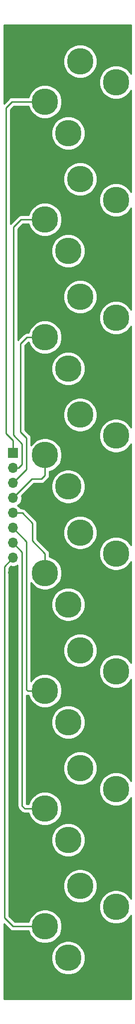
<source format=gbr>
%TF.GenerationSoftware,KiCad,Pcbnew,(5.1.6)-1*%
%TF.CreationDate,2020-06-17T23:21:10-05:00*%
%TF.ProjectId,Euro Playset,4575726f-2050-46c6-9179-7365742e6b69,rev?*%
%TF.SameCoordinates,Original*%
%TF.FileFunction,Copper,L1,Top*%
%TF.FilePolarity,Positive*%
%FSLAX46Y46*%
G04 Gerber Fmt 4.6, Leading zero omitted, Abs format (unit mm)*
G04 Created by KiCad (PCBNEW (5.1.6)-1) date 2020-06-17 23:21:10*
%MOMM*%
%LPD*%
G01*
G04 APERTURE LIST*
%TA.AperFunction,ComponentPad*%
%ADD10O,1.700000X1.700000*%
%TD*%
%TA.AperFunction,ComponentPad*%
%ADD11R,1.700000X1.700000*%
%TD*%
%TA.AperFunction,ComponentPad*%
%ADD12R,4.500000X4.500000*%
%TD*%
%TA.AperFunction,ComponentPad*%
%ADD13C,4.500000*%
%TD*%
%TA.AperFunction,Conductor*%
%ADD14C,0.250000*%
%TD*%
%TA.AperFunction,Conductor*%
%ADD15C,0.254000*%
%TD*%
G04 APERTURE END LIST*
D10*
%TO.P,C2,9*%
%TO.N,GND*%
X373700000Y-213420000D03*
%TO.P,C2,8*%
%TO.N,Net-(J10-Pad8)*%
X373700000Y-210880000D03*
%TO.P,C2,7*%
%TO.N,Net-(J10-Pad7)*%
X373700000Y-208340000D03*
%TO.P,C2,6*%
%TO.N,Net-(J10-Pad6)*%
X373700000Y-205800000D03*
%TO.P,C2,5*%
%TO.N,Net-(J10-Pad5)*%
X373700000Y-203260000D03*
%TO.P,C2,4*%
%TO.N,Net-(J10-Pad4)*%
X373700000Y-200720000D03*
%TO.P,C2,3*%
%TO.N,Net-(J10-Pad3)*%
X373700000Y-198180000D03*
%TO.P,C2,2*%
%TO.N,Net-(J10-Pad2)*%
X373700000Y-195640000D03*
D11*
%TO.P,C2,1*%
%TO.N,Net-(J10-Pad1)*%
X373700000Y-193100000D03*
%TD*%
D12*
%TO.P,J16,G*%
%TO.N,GND*%
X390184000Y-237252000D03*
D13*
%TO.P,J16,S*%
%TO.N,Net-(J16-PadS)*%
X385104000Y-226584000D03*
%TO.P,J16,T*%
%TO.N,Net-(J10-Pad6)*%
X379135000Y-233442000D03*
%TO.P,J16,SN*%
%TO.N,Net-(J16-PadSN)*%
X391200000Y-230140000D03*
%TO.P,J16,TN*%
%TO.N,Net-(J16-PadTN)*%
X383072000Y-238776000D03*
%TD*%
D12*
%TO.P,J12,G*%
%TO.N,GND*%
X390184000Y-157252000D03*
D13*
%TO.P,J12,S*%
%TO.N,Net-(J12-PadS)*%
X385104000Y-146584000D03*
%TO.P,J12,T*%
%TO.N,Net-(J10-Pad2)*%
X379135000Y-153442000D03*
%TO.P,J12,SN*%
%TO.N,Net-(J12-PadSN)*%
X391200000Y-150140000D03*
%TO.P,J12,TN*%
%TO.N,Net-(J12-PadTN)*%
X383072000Y-158776000D03*
%TD*%
D12*
%TO.P,J11,G*%
%TO.N,GND*%
X390184000Y-137252000D03*
D13*
%TO.P,J11,S*%
%TO.N,Net-(J11-PadS)*%
X385104000Y-126584000D03*
%TO.P,J11,T*%
%TO.N,Net-(J10-Pad1)*%
X379135000Y-133442000D03*
%TO.P,J11,SN*%
%TO.N,Net-(J11-PadSN)*%
X391200000Y-130140000D03*
%TO.P,J11,TN*%
%TO.N,Net-(J11-PadTN)*%
X383072000Y-138776000D03*
%TD*%
D12*
%TO.P,J15,G*%
%TO.N,GND*%
X390184000Y-217252000D03*
D13*
%TO.P,J15,S*%
%TO.N,Net-(J15-PadS)*%
X385104000Y-206584000D03*
%TO.P,J15,T*%
%TO.N,Net-(J10-Pad5)*%
X379135000Y-213442000D03*
%TO.P,J15,SN*%
%TO.N,Net-(J15-PadSN)*%
X391200000Y-210140000D03*
%TO.P,J15,TN*%
%TO.N,Net-(J15-PadTN)*%
X383072000Y-218776000D03*
%TD*%
D12*
%TO.P,J14,G*%
%TO.N,GND*%
X390184000Y-197252000D03*
D13*
%TO.P,J14,S*%
%TO.N,Net-(J14-PadS)*%
X385104000Y-186584000D03*
%TO.P,J14,T*%
%TO.N,Net-(J10-Pad4)*%
X379135000Y-193442000D03*
%TO.P,J14,SN*%
%TO.N,Net-(J14-PadSN)*%
X391200000Y-190140000D03*
%TO.P,J14,TN*%
%TO.N,Net-(J14-PadTN)*%
X383072000Y-198776000D03*
%TD*%
D12*
%TO.P,J13,G*%
%TO.N,GND*%
X390184000Y-177252000D03*
D13*
%TO.P,J13,S*%
%TO.N,Net-(J13-PadS)*%
X385104000Y-166584000D03*
%TO.P,J13,T*%
%TO.N,Net-(J10-Pad3)*%
X379135000Y-173442000D03*
%TO.P,J13,SN*%
%TO.N,Net-(J13-PadSN)*%
X391200000Y-170140000D03*
%TO.P,J13,TN*%
%TO.N,Net-(J13-PadTN)*%
X383072000Y-178776000D03*
%TD*%
D12*
%TO.P,J18,G*%
%TO.N,GND*%
X390184000Y-277252000D03*
D13*
%TO.P,J18,S*%
%TO.N,Net-(J18-PadS)*%
X385104000Y-266584000D03*
%TO.P,J18,T*%
%TO.N,Net-(J10-Pad8)*%
X379135000Y-273442000D03*
%TO.P,J18,SN*%
%TO.N,Net-(J18-PadSN)*%
X391200000Y-270140000D03*
%TO.P,J18,TN*%
%TO.N,Net-(J18-PadTN)*%
X383072000Y-278776000D03*
%TD*%
D12*
%TO.P,J17,G*%
%TO.N,GND*%
X390184000Y-257252000D03*
D13*
%TO.P,J17,S*%
%TO.N,Net-(J17-PadS)*%
X385104000Y-246584000D03*
%TO.P,J17,T*%
%TO.N,Net-(J10-Pad7)*%
X379135000Y-253442000D03*
%TO.P,J17,SN*%
%TO.N,Net-(J17-PadSN)*%
X391200000Y-250140000D03*
%TO.P,J17,TN*%
%TO.N,Net-(J17-PadTN)*%
X383072000Y-258776000D03*
%TD*%
D14*
%TO.N,Net-(J10-Pad1)*%
X372500000Y-134500000D02*
X373558000Y-133442000D01*
X373558000Y-133442000D02*
X379135000Y-133442000D01*
X372500000Y-189750000D02*
X372500000Y-134500000D01*
X373700000Y-190950000D02*
X372500000Y-189750000D01*
X373700000Y-193100000D02*
X373700000Y-190950000D01*
%TO.N,Net-(J10-Pad2)*%
X375250000Y-191500000D02*
X373750000Y-190000000D01*
X373750000Y-154750000D02*
X375058000Y-153442000D01*
X375250000Y-195000000D02*
X375250000Y-191500000D01*
X374610000Y-195640000D02*
X375250000Y-195000000D01*
X373750000Y-190000000D02*
X373750000Y-154750000D01*
X373700000Y-195640000D02*
X374610000Y-195640000D01*
X375058000Y-153442000D02*
X379135000Y-153442000D01*
%TO.N,Net-(J10-Pad3)*%
X376000000Y-195880000D02*
X376000000Y-190500000D01*
X376000000Y-190500000D02*
X375000000Y-189500000D01*
X373700000Y-198180000D02*
X376000000Y-195880000D01*
X375000000Y-174500000D02*
X376058000Y-173442000D01*
X376058000Y-173442000D02*
X379135000Y-173442000D01*
X375000000Y-189500000D02*
X375000000Y-174500000D01*
%TO.N,Net-(J10-Pad4)*%
X379135000Y-196865000D02*
X379135000Y-193442000D01*
X376920000Y-197500000D02*
X378500000Y-197500000D01*
X378500000Y-197500000D02*
X379135000Y-196865000D01*
X373700000Y-200720000D02*
X376920000Y-197500000D01*
%TO.N,Net-(J10-Pad5)*%
X377000000Y-208000000D02*
X379135000Y-210135000D01*
X373700000Y-203260000D02*
X375260000Y-203260000D01*
X379135000Y-210135000D02*
X379135000Y-213442000D01*
X375260000Y-203260000D02*
X377000000Y-205000000D01*
X377000000Y-205000000D02*
X377000000Y-208000000D01*
%TO.N,Net-(J10-Pad6)*%
X376000000Y-208100000D02*
X376000000Y-233250000D01*
X376192000Y-233442000D02*
X379135000Y-233442000D01*
X373700000Y-205800000D02*
X376000000Y-208100000D01*
X376000000Y-233250000D02*
X376192000Y-233442000D01*
%TO.N,Net-(J10-Pad7)*%
X375250000Y-209890000D02*
X375250000Y-253000000D01*
X373700000Y-208340000D02*
X375250000Y-209890000D01*
X375250000Y-253000000D02*
X375692000Y-253442000D01*
X375692000Y-253442000D02*
X379135000Y-253442000D01*
%TO.N,Net-(J10-Pad8)*%
X372250000Y-272000000D02*
X373692000Y-273442000D01*
X373700000Y-210880000D02*
X372250000Y-212330000D01*
X373692000Y-273442000D02*
X379135000Y-273442000D01*
X372250000Y-212330000D02*
X372250000Y-272000000D01*
%TD*%
D15*
%TO.N,GND*%
G36*
X393740001Y-128748517D02*
G01*
X393440926Y-128300920D01*
X393039080Y-127899074D01*
X392566560Y-127583346D01*
X392041523Y-127365869D01*
X391484148Y-127255000D01*
X390915852Y-127255000D01*
X390358477Y-127365869D01*
X389833440Y-127583346D01*
X389360920Y-127899074D01*
X388959074Y-128300920D01*
X388643346Y-128773440D01*
X388425869Y-129298477D01*
X388315000Y-129855852D01*
X388315000Y-130424148D01*
X388425869Y-130981523D01*
X388643346Y-131506560D01*
X388959074Y-131979080D01*
X389360920Y-132380926D01*
X389833440Y-132696654D01*
X390358477Y-132914131D01*
X390915852Y-133025000D01*
X391484148Y-133025000D01*
X392041523Y-132914131D01*
X392566560Y-132696654D01*
X393039080Y-132380926D01*
X393440926Y-131979080D01*
X393740001Y-131531483D01*
X393740001Y-148748517D01*
X393440926Y-148300920D01*
X393039080Y-147899074D01*
X392566560Y-147583346D01*
X392041523Y-147365869D01*
X391484148Y-147255000D01*
X390915852Y-147255000D01*
X390358477Y-147365869D01*
X389833440Y-147583346D01*
X389360920Y-147899074D01*
X388959074Y-148300920D01*
X388643346Y-148773440D01*
X388425869Y-149298477D01*
X388315000Y-149855852D01*
X388315000Y-150424148D01*
X388425869Y-150981523D01*
X388643346Y-151506560D01*
X388959074Y-151979080D01*
X389360920Y-152380926D01*
X389833440Y-152696654D01*
X390358477Y-152914131D01*
X390915852Y-153025000D01*
X391484148Y-153025000D01*
X392041523Y-152914131D01*
X392566560Y-152696654D01*
X393039080Y-152380926D01*
X393440926Y-151979080D01*
X393740001Y-151531483D01*
X393740001Y-168748517D01*
X393440926Y-168300920D01*
X393039080Y-167899074D01*
X392566560Y-167583346D01*
X392041523Y-167365869D01*
X391484148Y-167255000D01*
X390915852Y-167255000D01*
X390358477Y-167365869D01*
X389833440Y-167583346D01*
X389360920Y-167899074D01*
X388959074Y-168300920D01*
X388643346Y-168773440D01*
X388425869Y-169298477D01*
X388315000Y-169855852D01*
X388315000Y-170424148D01*
X388425869Y-170981523D01*
X388643346Y-171506560D01*
X388959074Y-171979080D01*
X389360920Y-172380926D01*
X389833440Y-172696654D01*
X390358477Y-172914131D01*
X390915852Y-173025000D01*
X391484148Y-173025000D01*
X392041523Y-172914131D01*
X392566560Y-172696654D01*
X393039080Y-172380926D01*
X393440926Y-171979080D01*
X393740001Y-171531483D01*
X393740001Y-188748516D01*
X393440926Y-188300920D01*
X393039080Y-187899074D01*
X392566560Y-187583346D01*
X392041523Y-187365869D01*
X391484148Y-187255000D01*
X390915852Y-187255000D01*
X390358477Y-187365869D01*
X389833440Y-187583346D01*
X389360920Y-187899074D01*
X388959074Y-188300920D01*
X388643346Y-188773440D01*
X388425869Y-189298477D01*
X388315000Y-189855852D01*
X388315000Y-190424148D01*
X388425869Y-190981523D01*
X388643346Y-191506560D01*
X388959074Y-191979080D01*
X389360920Y-192380926D01*
X389833440Y-192696654D01*
X390358477Y-192914131D01*
X390915852Y-193025000D01*
X391484148Y-193025000D01*
X392041523Y-192914131D01*
X392566560Y-192696654D01*
X393039080Y-192380926D01*
X393440926Y-191979080D01*
X393740001Y-191531484D01*
X393740000Y-208748516D01*
X393440926Y-208300920D01*
X393039080Y-207899074D01*
X392566560Y-207583346D01*
X392041523Y-207365869D01*
X391484148Y-207255000D01*
X390915852Y-207255000D01*
X390358477Y-207365869D01*
X389833440Y-207583346D01*
X389360920Y-207899074D01*
X388959074Y-208300920D01*
X388643346Y-208773440D01*
X388425869Y-209298477D01*
X388315000Y-209855852D01*
X388315000Y-210424148D01*
X388425869Y-210981523D01*
X388643346Y-211506560D01*
X388959074Y-211979080D01*
X389360920Y-212380926D01*
X389833440Y-212696654D01*
X390358477Y-212914131D01*
X390915852Y-213025000D01*
X391484148Y-213025000D01*
X392041523Y-212914131D01*
X392566560Y-212696654D01*
X393039080Y-212380926D01*
X393440926Y-211979080D01*
X393740000Y-211531484D01*
X393740000Y-228748516D01*
X393440926Y-228300920D01*
X393039080Y-227899074D01*
X392566560Y-227583346D01*
X392041523Y-227365869D01*
X391484148Y-227255000D01*
X390915852Y-227255000D01*
X390358477Y-227365869D01*
X389833440Y-227583346D01*
X389360920Y-227899074D01*
X388959074Y-228300920D01*
X388643346Y-228773440D01*
X388425869Y-229298477D01*
X388315000Y-229855852D01*
X388315000Y-230424148D01*
X388425869Y-230981523D01*
X388643346Y-231506560D01*
X388959074Y-231979080D01*
X389360920Y-232380926D01*
X389833440Y-232696654D01*
X390358477Y-232914131D01*
X390915852Y-233025000D01*
X391484148Y-233025000D01*
X392041523Y-232914131D01*
X392566560Y-232696654D01*
X393039080Y-232380926D01*
X393440926Y-231979080D01*
X393740000Y-231531484D01*
X393740000Y-248748516D01*
X393440926Y-248300920D01*
X393039080Y-247899074D01*
X392566560Y-247583346D01*
X392041523Y-247365869D01*
X391484148Y-247255000D01*
X390915852Y-247255000D01*
X390358477Y-247365869D01*
X389833440Y-247583346D01*
X389360920Y-247899074D01*
X388959074Y-248300920D01*
X388643346Y-248773440D01*
X388425869Y-249298477D01*
X388315000Y-249855852D01*
X388315000Y-250424148D01*
X388425869Y-250981523D01*
X388643346Y-251506560D01*
X388959074Y-251979080D01*
X389360920Y-252380926D01*
X389833440Y-252696654D01*
X390358477Y-252914131D01*
X390915852Y-253025000D01*
X391484148Y-253025000D01*
X392041523Y-252914131D01*
X392566560Y-252696654D01*
X393039080Y-252380926D01*
X393440926Y-251979080D01*
X393740000Y-251531484D01*
X393740000Y-268748516D01*
X393440926Y-268300920D01*
X393039080Y-267899074D01*
X392566560Y-267583346D01*
X392041523Y-267365869D01*
X391484148Y-267255000D01*
X390915852Y-267255000D01*
X390358477Y-267365869D01*
X389833440Y-267583346D01*
X389360920Y-267899074D01*
X388959074Y-268300920D01*
X388643346Y-268773440D01*
X388425869Y-269298477D01*
X388315000Y-269855852D01*
X388315000Y-270424148D01*
X388425869Y-270981523D01*
X388643346Y-271506560D01*
X388959074Y-271979080D01*
X389360920Y-272380926D01*
X389833440Y-272696654D01*
X390358477Y-272914131D01*
X390915852Y-273025000D01*
X391484148Y-273025000D01*
X392041523Y-272914131D01*
X392566560Y-272696654D01*
X393039080Y-272380926D01*
X393440926Y-271979080D01*
X393740000Y-271531484D01*
X393740000Y-285740000D01*
X372160000Y-285740000D01*
X372160000Y-278491852D01*
X380187000Y-278491852D01*
X380187000Y-279060148D01*
X380297869Y-279617523D01*
X380515346Y-280142560D01*
X380831074Y-280615080D01*
X381232920Y-281016926D01*
X381705440Y-281332654D01*
X382230477Y-281550131D01*
X382787852Y-281661000D01*
X383356148Y-281661000D01*
X383913523Y-281550131D01*
X384438560Y-281332654D01*
X384911080Y-281016926D01*
X385312926Y-280615080D01*
X385628654Y-280142560D01*
X385846131Y-279617523D01*
X385957000Y-279060148D01*
X385957000Y-278491852D01*
X385846131Y-277934477D01*
X385628654Y-277409440D01*
X385312926Y-276936920D01*
X384911080Y-276535074D01*
X384438560Y-276219346D01*
X383913523Y-276001869D01*
X383356148Y-275891000D01*
X382787852Y-275891000D01*
X382230477Y-276001869D01*
X381705440Y-276219346D01*
X381232920Y-276535074D01*
X380831074Y-276936920D01*
X380515346Y-277409440D01*
X380297869Y-277934477D01*
X380187000Y-278491852D01*
X372160000Y-278491852D01*
X372160000Y-272984801D01*
X373128201Y-273953003D01*
X373151999Y-273982001D01*
X373180997Y-274005799D01*
X373267723Y-274076974D01*
X373399753Y-274147546D01*
X373543014Y-274191003D01*
X373654667Y-274202000D01*
X373654677Y-274202000D01*
X373692000Y-274205676D01*
X373729323Y-274202000D01*
X376344653Y-274202000D01*
X376360869Y-274283523D01*
X376578346Y-274808560D01*
X376894074Y-275281080D01*
X377295920Y-275682926D01*
X377768440Y-275998654D01*
X378293477Y-276216131D01*
X378850852Y-276327000D01*
X379419148Y-276327000D01*
X379976523Y-276216131D01*
X380501560Y-275998654D01*
X380974080Y-275682926D01*
X381375926Y-275281080D01*
X381691654Y-274808560D01*
X381909131Y-274283523D01*
X382020000Y-273726148D01*
X382020000Y-273157852D01*
X381909131Y-272600477D01*
X381691654Y-272075440D01*
X381375926Y-271602920D01*
X380974080Y-271201074D01*
X380501560Y-270885346D01*
X379976523Y-270667869D01*
X379419148Y-270557000D01*
X378850852Y-270557000D01*
X378293477Y-270667869D01*
X377768440Y-270885346D01*
X377295920Y-271201074D01*
X376894074Y-271602920D01*
X376578346Y-272075440D01*
X376360869Y-272600477D01*
X376344653Y-272682000D01*
X374006802Y-272682000D01*
X373010000Y-271685199D01*
X373010000Y-266299852D01*
X382219000Y-266299852D01*
X382219000Y-266868148D01*
X382329869Y-267425523D01*
X382547346Y-267950560D01*
X382863074Y-268423080D01*
X383264920Y-268824926D01*
X383737440Y-269140654D01*
X384262477Y-269358131D01*
X384819852Y-269469000D01*
X385388148Y-269469000D01*
X385945523Y-269358131D01*
X386470560Y-269140654D01*
X386943080Y-268824926D01*
X387344926Y-268423080D01*
X387660654Y-267950560D01*
X387878131Y-267425523D01*
X387989000Y-266868148D01*
X387989000Y-266299852D01*
X387878131Y-265742477D01*
X387660654Y-265217440D01*
X387344926Y-264744920D01*
X386943080Y-264343074D01*
X386470560Y-264027346D01*
X385945523Y-263809869D01*
X385388148Y-263699000D01*
X384819852Y-263699000D01*
X384262477Y-263809869D01*
X383737440Y-264027346D01*
X383264920Y-264343074D01*
X382863074Y-264744920D01*
X382547346Y-265217440D01*
X382329869Y-265742477D01*
X382219000Y-266299852D01*
X373010000Y-266299852D01*
X373010000Y-258491852D01*
X380187000Y-258491852D01*
X380187000Y-259060148D01*
X380297869Y-259617523D01*
X380515346Y-260142560D01*
X380831074Y-260615080D01*
X381232920Y-261016926D01*
X381705440Y-261332654D01*
X382230477Y-261550131D01*
X382787852Y-261661000D01*
X383356148Y-261661000D01*
X383913523Y-261550131D01*
X384438560Y-261332654D01*
X384911080Y-261016926D01*
X385312926Y-260615080D01*
X385628654Y-260142560D01*
X385846131Y-259617523D01*
X385957000Y-259060148D01*
X385957000Y-258491852D01*
X385846131Y-257934477D01*
X385628654Y-257409440D01*
X385312926Y-256936920D01*
X384911080Y-256535074D01*
X384438560Y-256219346D01*
X383913523Y-256001869D01*
X383356148Y-255891000D01*
X382787852Y-255891000D01*
X382230477Y-256001869D01*
X381705440Y-256219346D01*
X381232920Y-256535074D01*
X380831074Y-256936920D01*
X380515346Y-257409440D01*
X380297869Y-257934477D01*
X380187000Y-258491852D01*
X373010000Y-258491852D01*
X373010000Y-212644801D01*
X373333592Y-212321209D01*
X373553740Y-212365000D01*
X373846260Y-212365000D01*
X374133158Y-212307932D01*
X374403411Y-212195990D01*
X374490000Y-212138133D01*
X374490001Y-252962667D01*
X374486324Y-253000000D01*
X374490001Y-253037333D01*
X374500998Y-253148986D01*
X374514180Y-253192442D01*
X374544454Y-253292246D01*
X374615026Y-253424276D01*
X374686201Y-253511002D01*
X374710000Y-253540001D01*
X374738998Y-253563799D01*
X375128200Y-253953002D01*
X375151999Y-253982001D01*
X375267724Y-254076974D01*
X375399753Y-254147546D01*
X375543014Y-254191003D01*
X375654667Y-254202000D01*
X375654676Y-254202000D01*
X375691999Y-254205676D01*
X375729322Y-254202000D01*
X376344653Y-254202000D01*
X376360869Y-254283523D01*
X376578346Y-254808560D01*
X376894074Y-255281080D01*
X377295920Y-255682926D01*
X377768440Y-255998654D01*
X378293477Y-256216131D01*
X378850852Y-256327000D01*
X379419148Y-256327000D01*
X379976523Y-256216131D01*
X380501560Y-255998654D01*
X380974080Y-255682926D01*
X381375926Y-255281080D01*
X381691654Y-254808560D01*
X381909131Y-254283523D01*
X382020000Y-253726148D01*
X382020000Y-253157852D01*
X381909131Y-252600477D01*
X381691654Y-252075440D01*
X381375926Y-251602920D01*
X380974080Y-251201074D01*
X380501560Y-250885346D01*
X379976523Y-250667869D01*
X379419148Y-250557000D01*
X378850852Y-250557000D01*
X378293477Y-250667869D01*
X377768440Y-250885346D01*
X377295920Y-251201074D01*
X376894074Y-251602920D01*
X376578346Y-252075440D01*
X376360869Y-252600477D01*
X376344653Y-252682000D01*
X376010000Y-252682000D01*
X376010000Y-246299852D01*
X382219000Y-246299852D01*
X382219000Y-246868148D01*
X382329869Y-247425523D01*
X382547346Y-247950560D01*
X382863074Y-248423080D01*
X383264920Y-248824926D01*
X383737440Y-249140654D01*
X384262477Y-249358131D01*
X384819852Y-249469000D01*
X385388148Y-249469000D01*
X385945523Y-249358131D01*
X386470560Y-249140654D01*
X386943080Y-248824926D01*
X387344926Y-248423080D01*
X387660654Y-247950560D01*
X387878131Y-247425523D01*
X387989000Y-246868148D01*
X387989000Y-246299852D01*
X387878131Y-245742477D01*
X387660654Y-245217440D01*
X387344926Y-244744920D01*
X386943080Y-244343074D01*
X386470560Y-244027346D01*
X385945523Y-243809869D01*
X385388148Y-243699000D01*
X384819852Y-243699000D01*
X384262477Y-243809869D01*
X383737440Y-244027346D01*
X383264920Y-244343074D01*
X382863074Y-244744920D01*
X382547346Y-245217440D01*
X382329869Y-245742477D01*
X382219000Y-246299852D01*
X376010000Y-246299852D01*
X376010000Y-238491852D01*
X380187000Y-238491852D01*
X380187000Y-239060148D01*
X380297869Y-239617523D01*
X380515346Y-240142560D01*
X380831074Y-240615080D01*
X381232920Y-241016926D01*
X381705440Y-241332654D01*
X382230477Y-241550131D01*
X382787852Y-241661000D01*
X383356148Y-241661000D01*
X383913523Y-241550131D01*
X384438560Y-241332654D01*
X384911080Y-241016926D01*
X385312926Y-240615080D01*
X385628654Y-240142560D01*
X385846131Y-239617523D01*
X385957000Y-239060148D01*
X385957000Y-238491852D01*
X385846131Y-237934477D01*
X385628654Y-237409440D01*
X385312926Y-236936920D01*
X384911080Y-236535074D01*
X384438560Y-236219346D01*
X383913523Y-236001869D01*
X383356148Y-235891000D01*
X382787852Y-235891000D01*
X382230477Y-236001869D01*
X381705440Y-236219346D01*
X381232920Y-236535074D01*
X380831074Y-236936920D01*
X380515346Y-237409440D01*
X380297869Y-237934477D01*
X380187000Y-238491852D01*
X376010000Y-238491852D01*
X376010000Y-234180988D01*
X376043014Y-234191003D01*
X376154667Y-234202000D01*
X376154677Y-234202000D01*
X376191999Y-234205676D01*
X376229322Y-234202000D01*
X376344653Y-234202000D01*
X376360869Y-234283523D01*
X376578346Y-234808560D01*
X376894074Y-235281080D01*
X377295920Y-235682926D01*
X377768440Y-235998654D01*
X378293477Y-236216131D01*
X378850852Y-236327000D01*
X379419148Y-236327000D01*
X379976523Y-236216131D01*
X380501560Y-235998654D01*
X380974080Y-235682926D01*
X381375926Y-235281080D01*
X381691654Y-234808560D01*
X381909131Y-234283523D01*
X382020000Y-233726148D01*
X382020000Y-233157852D01*
X381909131Y-232600477D01*
X381691654Y-232075440D01*
X381375926Y-231602920D01*
X380974080Y-231201074D01*
X380501560Y-230885346D01*
X379976523Y-230667869D01*
X379419148Y-230557000D01*
X378850852Y-230557000D01*
X378293477Y-230667869D01*
X377768440Y-230885346D01*
X377295920Y-231201074D01*
X376894074Y-231602920D01*
X376760000Y-231803576D01*
X376760000Y-226299852D01*
X382219000Y-226299852D01*
X382219000Y-226868148D01*
X382329869Y-227425523D01*
X382547346Y-227950560D01*
X382863074Y-228423080D01*
X383264920Y-228824926D01*
X383737440Y-229140654D01*
X384262477Y-229358131D01*
X384819852Y-229469000D01*
X385388148Y-229469000D01*
X385945523Y-229358131D01*
X386470560Y-229140654D01*
X386943080Y-228824926D01*
X387344926Y-228423080D01*
X387660654Y-227950560D01*
X387878131Y-227425523D01*
X387989000Y-226868148D01*
X387989000Y-226299852D01*
X387878131Y-225742477D01*
X387660654Y-225217440D01*
X387344926Y-224744920D01*
X386943080Y-224343074D01*
X386470560Y-224027346D01*
X385945523Y-223809869D01*
X385388148Y-223699000D01*
X384819852Y-223699000D01*
X384262477Y-223809869D01*
X383737440Y-224027346D01*
X383264920Y-224343074D01*
X382863074Y-224744920D01*
X382547346Y-225217440D01*
X382329869Y-225742477D01*
X382219000Y-226299852D01*
X376760000Y-226299852D01*
X376760000Y-218491852D01*
X380187000Y-218491852D01*
X380187000Y-219060148D01*
X380297869Y-219617523D01*
X380515346Y-220142560D01*
X380831074Y-220615080D01*
X381232920Y-221016926D01*
X381705440Y-221332654D01*
X382230477Y-221550131D01*
X382787852Y-221661000D01*
X383356148Y-221661000D01*
X383913523Y-221550131D01*
X384438560Y-221332654D01*
X384911080Y-221016926D01*
X385312926Y-220615080D01*
X385628654Y-220142560D01*
X385846131Y-219617523D01*
X385957000Y-219060148D01*
X385957000Y-218491852D01*
X385846131Y-217934477D01*
X385628654Y-217409440D01*
X385312926Y-216936920D01*
X384911080Y-216535074D01*
X384438560Y-216219346D01*
X383913523Y-216001869D01*
X383356148Y-215891000D01*
X382787852Y-215891000D01*
X382230477Y-216001869D01*
X381705440Y-216219346D01*
X381232920Y-216535074D01*
X380831074Y-216936920D01*
X380515346Y-217409440D01*
X380297869Y-217934477D01*
X380187000Y-218491852D01*
X376760000Y-218491852D01*
X376760000Y-215080424D01*
X376894074Y-215281080D01*
X377295920Y-215682926D01*
X377768440Y-215998654D01*
X378293477Y-216216131D01*
X378850852Y-216327000D01*
X379419148Y-216327000D01*
X379976523Y-216216131D01*
X380501560Y-215998654D01*
X380974080Y-215682926D01*
X381375926Y-215281080D01*
X381691654Y-214808560D01*
X381909131Y-214283523D01*
X382020000Y-213726148D01*
X382020000Y-213157852D01*
X381909131Y-212600477D01*
X381691654Y-212075440D01*
X381375926Y-211602920D01*
X380974080Y-211201074D01*
X380501560Y-210885346D01*
X379976523Y-210667869D01*
X379895000Y-210651653D01*
X379895000Y-210172323D01*
X379898676Y-210135000D01*
X379895000Y-210097677D01*
X379895000Y-210097667D01*
X379884003Y-209986014D01*
X379840546Y-209842753D01*
X379800553Y-209767932D01*
X379769974Y-209710723D01*
X379698799Y-209623997D01*
X379675001Y-209594999D01*
X379646004Y-209571202D01*
X377760000Y-207685199D01*
X377760000Y-206299852D01*
X382219000Y-206299852D01*
X382219000Y-206868148D01*
X382329869Y-207425523D01*
X382547346Y-207950560D01*
X382863074Y-208423080D01*
X383264920Y-208824926D01*
X383737440Y-209140654D01*
X384262477Y-209358131D01*
X384819852Y-209469000D01*
X385388148Y-209469000D01*
X385945523Y-209358131D01*
X386470560Y-209140654D01*
X386943080Y-208824926D01*
X387344926Y-208423080D01*
X387660654Y-207950560D01*
X387878131Y-207425523D01*
X387989000Y-206868148D01*
X387989000Y-206299852D01*
X387878131Y-205742477D01*
X387660654Y-205217440D01*
X387344926Y-204744920D01*
X386943080Y-204343074D01*
X386470560Y-204027346D01*
X385945523Y-203809869D01*
X385388148Y-203699000D01*
X384819852Y-203699000D01*
X384262477Y-203809869D01*
X383737440Y-204027346D01*
X383264920Y-204343074D01*
X382863074Y-204744920D01*
X382547346Y-205217440D01*
X382329869Y-205742477D01*
X382219000Y-206299852D01*
X377760000Y-206299852D01*
X377760000Y-205037333D01*
X377763677Y-205000000D01*
X377749003Y-204851014D01*
X377705546Y-204707753D01*
X377634974Y-204575724D01*
X377563799Y-204488997D01*
X377540001Y-204459999D01*
X377511004Y-204436202D01*
X375823804Y-202749003D01*
X375800001Y-202719999D01*
X375684276Y-202625026D01*
X375552247Y-202554454D01*
X375408986Y-202510997D01*
X375297333Y-202500000D01*
X375297322Y-202500000D01*
X375260000Y-202496324D01*
X375222678Y-202500000D01*
X374978178Y-202500000D01*
X374853475Y-202313368D01*
X374646632Y-202106525D01*
X374472240Y-201990000D01*
X374646632Y-201873475D01*
X374853475Y-201666632D01*
X375015990Y-201423411D01*
X375127932Y-201153158D01*
X375185000Y-200866260D01*
X375185000Y-200573740D01*
X375141209Y-200353592D01*
X377002949Y-198491852D01*
X380187000Y-198491852D01*
X380187000Y-199060148D01*
X380297869Y-199617523D01*
X380515346Y-200142560D01*
X380831074Y-200615080D01*
X381232920Y-201016926D01*
X381705440Y-201332654D01*
X382230477Y-201550131D01*
X382787852Y-201661000D01*
X383356148Y-201661000D01*
X383913523Y-201550131D01*
X384438560Y-201332654D01*
X384911080Y-201016926D01*
X385312926Y-200615080D01*
X385628654Y-200142560D01*
X385846131Y-199617523D01*
X385957000Y-199060148D01*
X385957000Y-198491852D01*
X385846131Y-197934477D01*
X385628654Y-197409440D01*
X385312926Y-196936920D01*
X384911080Y-196535074D01*
X384438560Y-196219346D01*
X383913523Y-196001869D01*
X383356148Y-195891000D01*
X382787852Y-195891000D01*
X382230477Y-196001869D01*
X381705440Y-196219346D01*
X381232920Y-196535074D01*
X380831074Y-196936920D01*
X380515346Y-197409440D01*
X380297869Y-197934477D01*
X380187000Y-198491852D01*
X377002949Y-198491852D01*
X377234802Y-198260000D01*
X378462678Y-198260000D01*
X378500000Y-198263676D01*
X378537322Y-198260000D01*
X378537333Y-198260000D01*
X378648986Y-198249003D01*
X378792247Y-198205546D01*
X378924276Y-198134974D01*
X379040001Y-198040001D01*
X379063803Y-198010998D01*
X379646004Y-197428798D01*
X379675001Y-197405001D01*
X379769974Y-197289276D01*
X379840546Y-197157247D01*
X379884003Y-197013986D01*
X379895000Y-196902333D01*
X379895000Y-196902332D01*
X379898677Y-196865000D01*
X379895000Y-196827667D01*
X379895000Y-196232347D01*
X379976523Y-196216131D01*
X380501560Y-195998654D01*
X380974080Y-195682926D01*
X381375926Y-195281080D01*
X381691654Y-194808560D01*
X381909131Y-194283523D01*
X382020000Y-193726148D01*
X382020000Y-193157852D01*
X381909131Y-192600477D01*
X381691654Y-192075440D01*
X381375926Y-191602920D01*
X380974080Y-191201074D01*
X380501560Y-190885346D01*
X379976523Y-190667869D01*
X379419148Y-190557000D01*
X378850852Y-190557000D01*
X378293477Y-190667869D01*
X377768440Y-190885346D01*
X377295920Y-191201074D01*
X376894074Y-191602920D01*
X376760000Y-191803576D01*
X376760000Y-190537333D01*
X376763677Y-190500000D01*
X376749003Y-190351014D01*
X376705546Y-190207753D01*
X376634974Y-190075724D01*
X376563799Y-189988997D01*
X376540001Y-189959999D01*
X376511003Y-189936201D01*
X375760000Y-189185199D01*
X375760000Y-186299852D01*
X382219000Y-186299852D01*
X382219000Y-186868148D01*
X382329869Y-187425523D01*
X382547346Y-187950560D01*
X382863074Y-188423080D01*
X383264920Y-188824926D01*
X383737440Y-189140654D01*
X384262477Y-189358131D01*
X384819852Y-189469000D01*
X385388148Y-189469000D01*
X385945523Y-189358131D01*
X386470560Y-189140654D01*
X386943080Y-188824926D01*
X387344926Y-188423080D01*
X387660654Y-187950560D01*
X387878131Y-187425523D01*
X387989000Y-186868148D01*
X387989000Y-186299852D01*
X387878131Y-185742477D01*
X387660654Y-185217440D01*
X387344926Y-184744920D01*
X386943080Y-184343074D01*
X386470560Y-184027346D01*
X385945523Y-183809869D01*
X385388148Y-183699000D01*
X384819852Y-183699000D01*
X384262477Y-183809869D01*
X383737440Y-184027346D01*
X383264920Y-184343074D01*
X382863074Y-184744920D01*
X382547346Y-185217440D01*
X382329869Y-185742477D01*
X382219000Y-186299852D01*
X375760000Y-186299852D01*
X375760000Y-178491852D01*
X380187000Y-178491852D01*
X380187000Y-179060148D01*
X380297869Y-179617523D01*
X380515346Y-180142560D01*
X380831074Y-180615080D01*
X381232920Y-181016926D01*
X381705440Y-181332654D01*
X382230477Y-181550131D01*
X382787852Y-181661000D01*
X383356148Y-181661000D01*
X383913523Y-181550131D01*
X384438560Y-181332654D01*
X384911080Y-181016926D01*
X385312926Y-180615080D01*
X385628654Y-180142560D01*
X385846131Y-179617523D01*
X385957000Y-179060148D01*
X385957000Y-178491852D01*
X385846131Y-177934477D01*
X385628654Y-177409440D01*
X385312926Y-176936920D01*
X384911080Y-176535074D01*
X384438560Y-176219346D01*
X383913523Y-176001869D01*
X383356148Y-175891000D01*
X382787852Y-175891000D01*
X382230477Y-176001869D01*
X381705440Y-176219346D01*
X381232920Y-176535074D01*
X380831074Y-176936920D01*
X380515346Y-177409440D01*
X380297869Y-177934477D01*
X380187000Y-178491852D01*
X375760000Y-178491852D01*
X375760000Y-174814801D01*
X376349323Y-174225479D01*
X376360869Y-174283523D01*
X376578346Y-174808560D01*
X376894074Y-175281080D01*
X377295920Y-175682926D01*
X377768440Y-175998654D01*
X378293477Y-176216131D01*
X378850852Y-176327000D01*
X379419148Y-176327000D01*
X379976523Y-176216131D01*
X380501560Y-175998654D01*
X380974080Y-175682926D01*
X381375926Y-175281080D01*
X381691654Y-174808560D01*
X381909131Y-174283523D01*
X382020000Y-173726148D01*
X382020000Y-173157852D01*
X381909131Y-172600477D01*
X381691654Y-172075440D01*
X381375926Y-171602920D01*
X380974080Y-171201074D01*
X380501560Y-170885346D01*
X379976523Y-170667869D01*
X379419148Y-170557000D01*
X378850852Y-170557000D01*
X378293477Y-170667869D01*
X377768440Y-170885346D01*
X377295920Y-171201074D01*
X376894074Y-171602920D01*
X376578346Y-172075440D01*
X376360869Y-172600477D01*
X376344653Y-172682000D01*
X376095323Y-172682000D01*
X376058000Y-172678324D01*
X376020677Y-172682000D01*
X376020667Y-172682000D01*
X375909014Y-172692997D01*
X375765753Y-172736454D01*
X375633723Y-172807026D01*
X375550083Y-172875668D01*
X375517999Y-172901999D01*
X375494201Y-172930997D01*
X374510000Y-173915199D01*
X374510000Y-166299852D01*
X382219000Y-166299852D01*
X382219000Y-166868148D01*
X382329869Y-167425523D01*
X382547346Y-167950560D01*
X382863074Y-168423080D01*
X383264920Y-168824926D01*
X383737440Y-169140654D01*
X384262477Y-169358131D01*
X384819852Y-169469000D01*
X385388148Y-169469000D01*
X385945523Y-169358131D01*
X386470560Y-169140654D01*
X386943080Y-168824926D01*
X387344926Y-168423080D01*
X387660654Y-167950560D01*
X387878131Y-167425523D01*
X387989000Y-166868148D01*
X387989000Y-166299852D01*
X387878131Y-165742477D01*
X387660654Y-165217440D01*
X387344926Y-164744920D01*
X386943080Y-164343074D01*
X386470560Y-164027346D01*
X385945523Y-163809869D01*
X385388148Y-163699000D01*
X384819852Y-163699000D01*
X384262477Y-163809869D01*
X383737440Y-164027346D01*
X383264920Y-164343074D01*
X382863074Y-164744920D01*
X382547346Y-165217440D01*
X382329869Y-165742477D01*
X382219000Y-166299852D01*
X374510000Y-166299852D01*
X374510000Y-158491852D01*
X380187000Y-158491852D01*
X380187000Y-159060148D01*
X380297869Y-159617523D01*
X380515346Y-160142560D01*
X380831074Y-160615080D01*
X381232920Y-161016926D01*
X381705440Y-161332654D01*
X382230477Y-161550131D01*
X382787852Y-161661000D01*
X383356148Y-161661000D01*
X383913523Y-161550131D01*
X384438560Y-161332654D01*
X384911080Y-161016926D01*
X385312926Y-160615080D01*
X385628654Y-160142560D01*
X385846131Y-159617523D01*
X385957000Y-159060148D01*
X385957000Y-158491852D01*
X385846131Y-157934477D01*
X385628654Y-157409440D01*
X385312926Y-156936920D01*
X384911080Y-156535074D01*
X384438560Y-156219346D01*
X383913523Y-156001869D01*
X383356148Y-155891000D01*
X382787852Y-155891000D01*
X382230477Y-156001869D01*
X381705440Y-156219346D01*
X381232920Y-156535074D01*
X380831074Y-156936920D01*
X380515346Y-157409440D01*
X380297869Y-157934477D01*
X380187000Y-158491852D01*
X374510000Y-158491852D01*
X374510000Y-155064801D01*
X375372802Y-154202000D01*
X376344653Y-154202000D01*
X376360869Y-154283523D01*
X376578346Y-154808560D01*
X376894074Y-155281080D01*
X377295920Y-155682926D01*
X377768440Y-155998654D01*
X378293477Y-156216131D01*
X378850852Y-156327000D01*
X379419148Y-156327000D01*
X379976523Y-156216131D01*
X380501560Y-155998654D01*
X380974080Y-155682926D01*
X381375926Y-155281080D01*
X381691654Y-154808560D01*
X381909131Y-154283523D01*
X382020000Y-153726148D01*
X382020000Y-153157852D01*
X381909131Y-152600477D01*
X381691654Y-152075440D01*
X381375926Y-151602920D01*
X380974080Y-151201074D01*
X380501560Y-150885346D01*
X379976523Y-150667869D01*
X379419148Y-150557000D01*
X378850852Y-150557000D01*
X378293477Y-150667869D01*
X377768440Y-150885346D01*
X377295920Y-151201074D01*
X376894074Y-151602920D01*
X376578346Y-152075440D01*
X376360869Y-152600477D01*
X376344653Y-152682000D01*
X375095322Y-152682000D01*
X375057999Y-152678324D01*
X375020676Y-152682000D01*
X375020667Y-152682000D01*
X374909014Y-152692997D01*
X374765753Y-152736454D01*
X374633724Y-152807026D01*
X374517999Y-152901999D01*
X374494201Y-152930997D01*
X373260000Y-154165199D01*
X373260000Y-146299852D01*
X382219000Y-146299852D01*
X382219000Y-146868148D01*
X382329869Y-147425523D01*
X382547346Y-147950560D01*
X382863074Y-148423080D01*
X383264920Y-148824926D01*
X383737440Y-149140654D01*
X384262477Y-149358131D01*
X384819852Y-149469000D01*
X385388148Y-149469000D01*
X385945523Y-149358131D01*
X386470560Y-149140654D01*
X386943080Y-148824926D01*
X387344926Y-148423080D01*
X387660654Y-147950560D01*
X387878131Y-147425523D01*
X387989000Y-146868148D01*
X387989000Y-146299852D01*
X387878131Y-145742477D01*
X387660654Y-145217440D01*
X387344926Y-144744920D01*
X386943080Y-144343074D01*
X386470560Y-144027346D01*
X385945523Y-143809869D01*
X385388148Y-143699000D01*
X384819852Y-143699000D01*
X384262477Y-143809869D01*
X383737440Y-144027346D01*
X383264920Y-144343074D01*
X382863074Y-144744920D01*
X382547346Y-145217440D01*
X382329869Y-145742477D01*
X382219000Y-146299852D01*
X373260000Y-146299852D01*
X373260000Y-138491852D01*
X380187000Y-138491852D01*
X380187000Y-139060148D01*
X380297869Y-139617523D01*
X380515346Y-140142560D01*
X380831074Y-140615080D01*
X381232920Y-141016926D01*
X381705440Y-141332654D01*
X382230477Y-141550131D01*
X382787852Y-141661000D01*
X383356148Y-141661000D01*
X383913523Y-141550131D01*
X384438560Y-141332654D01*
X384911080Y-141016926D01*
X385312926Y-140615080D01*
X385628654Y-140142560D01*
X385846131Y-139617523D01*
X385957000Y-139060148D01*
X385957000Y-138491852D01*
X385846131Y-137934477D01*
X385628654Y-137409440D01*
X385312926Y-136936920D01*
X384911080Y-136535074D01*
X384438560Y-136219346D01*
X383913523Y-136001869D01*
X383356148Y-135891000D01*
X382787852Y-135891000D01*
X382230477Y-136001869D01*
X381705440Y-136219346D01*
X381232920Y-136535074D01*
X380831074Y-136936920D01*
X380515346Y-137409440D01*
X380297869Y-137934477D01*
X380187000Y-138491852D01*
X373260000Y-138491852D01*
X373260000Y-134814801D01*
X373872802Y-134202000D01*
X376344653Y-134202000D01*
X376360869Y-134283523D01*
X376578346Y-134808560D01*
X376894074Y-135281080D01*
X377295920Y-135682926D01*
X377768440Y-135998654D01*
X378293477Y-136216131D01*
X378850852Y-136327000D01*
X379419148Y-136327000D01*
X379976523Y-136216131D01*
X380501560Y-135998654D01*
X380974080Y-135682926D01*
X381375926Y-135281080D01*
X381691654Y-134808560D01*
X381909131Y-134283523D01*
X382020000Y-133726148D01*
X382020000Y-133157852D01*
X381909131Y-132600477D01*
X381691654Y-132075440D01*
X381375926Y-131602920D01*
X380974080Y-131201074D01*
X380501560Y-130885346D01*
X379976523Y-130667869D01*
X379419148Y-130557000D01*
X378850852Y-130557000D01*
X378293477Y-130667869D01*
X377768440Y-130885346D01*
X377295920Y-131201074D01*
X376894074Y-131602920D01*
X376578346Y-132075440D01*
X376360869Y-132600477D01*
X376344653Y-132682000D01*
X373595323Y-132682000D01*
X373558000Y-132678324D01*
X373520677Y-132682000D01*
X373520667Y-132682000D01*
X373409014Y-132692997D01*
X373265753Y-132736454D01*
X373133723Y-132807026D01*
X373050083Y-132875668D01*
X373017999Y-132901999D01*
X372994201Y-132930997D01*
X372160000Y-133765199D01*
X372160000Y-126299852D01*
X382219000Y-126299852D01*
X382219000Y-126868148D01*
X382329869Y-127425523D01*
X382547346Y-127950560D01*
X382863074Y-128423080D01*
X383264920Y-128824926D01*
X383737440Y-129140654D01*
X384262477Y-129358131D01*
X384819852Y-129469000D01*
X385388148Y-129469000D01*
X385945523Y-129358131D01*
X386470560Y-129140654D01*
X386943080Y-128824926D01*
X387344926Y-128423080D01*
X387660654Y-127950560D01*
X387878131Y-127425523D01*
X387989000Y-126868148D01*
X387989000Y-126299852D01*
X387878131Y-125742477D01*
X387660654Y-125217440D01*
X387344926Y-124744920D01*
X386943080Y-124343074D01*
X386470560Y-124027346D01*
X385945523Y-123809869D01*
X385388148Y-123699000D01*
X384819852Y-123699000D01*
X384262477Y-123809869D01*
X383737440Y-124027346D01*
X383264920Y-124343074D01*
X382863074Y-124744920D01*
X382547346Y-125217440D01*
X382329869Y-125742477D01*
X382219000Y-126299852D01*
X372160000Y-126299852D01*
X372160000Y-120460000D01*
X393740001Y-120460000D01*
X393740001Y-128748517D01*
G37*
X393740001Y-128748517D02*
X393440926Y-128300920D01*
X393039080Y-127899074D01*
X392566560Y-127583346D01*
X392041523Y-127365869D01*
X391484148Y-127255000D01*
X390915852Y-127255000D01*
X390358477Y-127365869D01*
X389833440Y-127583346D01*
X389360920Y-127899074D01*
X388959074Y-128300920D01*
X388643346Y-128773440D01*
X388425869Y-129298477D01*
X388315000Y-129855852D01*
X388315000Y-130424148D01*
X388425869Y-130981523D01*
X388643346Y-131506560D01*
X388959074Y-131979080D01*
X389360920Y-132380926D01*
X389833440Y-132696654D01*
X390358477Y-132914131D01*
X390915852Y-133025000D01*
X391484148Y-133025000D01*
X392041523Y-132914131D01*
X392566560Y-132696654D01*
X393039080Y-132380926D01*
X393440926Y-131979080D01*
X393740001Y-131531483D01*
X393740001Y-148748517D01*
X393440926Y-148300920D01*
X393039080Y-147899074D01*
X392566560Y-147583346D01*
X392041523Y-147365869D01*
X391484148Y-147255000D01*
X390915852Y-147255000D01*
X390358477Y-147365869D01*
X389833440Y-147583346D01*
X389360920Y-147899074D01*
X388959074Y-148300920D01*
X388643346Y-148773440D01*
X388425869Y-149298477D01*
X388315000Y-149855852D01*
X388315000Y-150424148D01*
X388425869Y-150981523D01*
X388643346Y-151506560D01*
X388959074Y-151979080D01*
X389360920Y-152380926D01*
X389833440Y-152696654D01*
X390358477Y-152914131D01*
X390915852Y-153025000D01*
X391484148Y-153025000D01*
X392041523Y-152914131D01*
X392566560Y-152696654D01*
X393039080Y-152380926D01*
X393440926Y-151979080D01*
X393740001Y-151531483D01*
X393740001Y-168748517D01*
X393440926Y-168300920D01*
X393039080Y-167899074D01*
X392566560Y-167583346D01*
X392041523Y-167365869D01*
X391484148Y-167255000D01*
X390915852Y-167255000D01*
X390358477Y-167365869D01*
X389833440Y-167583346D01*
X389360920Y-167899074D01*
X388959074Y-168300920D01*
X388643346Y-168773440D01*
X388425869Y-169298477D01*
X388315000Y-169855852D01*
X388315000Y-170424148D01*
X388425869Y-170981523D01*
X388643346Y-171506560D01*
X388959074Y-171979080D01*
X389360920Y-172380926D01*
X389833440Y-172696654D01*
X390358477Y-172914131D01*
X390915852Y-173025000D01*
X391484148Y-173025000D01*
X392041523Y-172914131D01*
X392566560Y-172696654D01*
X393039080Y-172380926D01*
X393440926Y-171979080D01*
X393740001Y-171531483D01*
X393740001Y-188748516D01*
X393440926Y-188300920D01*
X393039080Y-187899074D01*
X392566560Y-187583346D01*
X392041523Y-187365869D01*
X391484148Y-187255000D01*
X390915852Y-187255000D01*
X390358477Y-187365869D01*
X389833440Y-187583346D01*
X389360920Y-187899074D01*
X388959074Y-188300920D01*
X388643346Y-188773440D01*
X388425869Y-189298477D01*
X388315000Y-189855852D01*
X388315000Y-190424148D01*
X388425869Y-190981523D01*
X388643346Y-191506560D01*
X388959074Y-191979080D01*
X389360920Y-192380926D01*
X389833440Y-192696654D01*
X390358477Y-192914131D01*
X390915852Y-193025000D01*
X391484148Y-193025000D01*
X392041523Y-192914131D01*
X392566560Y-192696654D01*
X393039080Y-192380926D01*
X393440926Y-191979080D01*
X393740001Y-191531484D01*
X393740000Y-208748516D01*
X393440926Y-208300920D01*
X393039080Y-207899074D01*
X392566560Y-207583346D01*
X392041523Y-207365869D01*
X391484148Y-207255000D01*
X390915852Y-207255000D01*
X390358477Y-207365869D01*
X389833440Y-207583346D01*
X389360920Y-207899074D01*
X388959074Y-208300920D01*
X388643346Y-208773440D01*
X388425869Y-209298477D01*
X388315000Y-209855852D01*
X388315000Y-210424148D01*
X388425869Y-210981523D01*
X388643346Y-211506560D01*
X388959074Y-211979080D01*
X389360920Y-212380926D01*
X389833440Y-212696654D01*
X390358477Y-212914131D01*
X390915852Y-213025000D01*
X391484148Y-213025000D01*
X392041523Y-212914131D01*
X392566560Y-212696654D01*
X393039080Y-212380926D01*
X393440926Y-211979080D01*
X393740000Y-211531484D01*
X393740000Y-228748516D01*
X393440926Y-228300920D01*
X393039080Y-227899074D01*
X392566560Y-227583346D01*
X392041523Y-227365869D01*
X391484148Y-227255000D01*
X390915852Y-227255000D01*
X390358477Y-227365869D01*
X389833440Y-227583346D01*
X389360920Y-227899074D01*
X388959074Y-228300920D01*
X388643346Y-228773440D01*
X388425869Y-229298477D01*
X388315000Y-229855852D01*
X388315000Y-230424148D01*
X388425869Y-230981523D01*
X388643346Y-231506560D01*
X388959074Y-231979080D01*
X389360920Y-232380926D01*
X389833440Y-232696654D01*
X390358477Y-232914131D01*
X390915852Y-233025000D01*
X391484148Y-233025000D01*
X392041523Y-232914131D01*
X392566560Y-232696654D01*
X393039080Y-232380926D01*
X393440926Y-231979080D01*
X393740000Y-231531484D01*
X393740000Y-248748516D01*
X393440926Y-248300920D01*
X393039080Y-247899074D01*
X392566560Y-247583346D01*
X392041523Y-247365869D01*
X391484148Y-247255000D01*
X390915852Y-247255000D01*
X390358477Y-247365869D01*
X389833440Y-247583346D01*
X389360920Y-247899074D01*
X388959074Y-248300920D01*
X388643346Y-248773440D01*
X388425869Y-249298477D01*
X388315000Y-249855852D01*
X388315000Y-250424148D01*
X388425869Y-250981523D01*
X388643346Y-251506560D01*
X388959074Y-251979080D01*
X389360920Y-252380926D01*
X389833440Y-252696654D01*
X390358477Y-252914131D01*
X390915852Y-253025000D01*
X391484148Y-253025000D01*
X392041523Y-252914131D01*
X392566560Y-252696654D01*
X393039080Y-252380926D01*
X393440926Y-251979080D01*
X393740000Y-251531484D01*
X393740000Y-268748516D01*
X393440926Y-268300920D01*
X393039080Y-267899074D01*
X392566560Y-267583346D01*
X392041523Y-267365869D01*
X391484148Y-267255000D01*
X390915852Y-267255000D01*
X390358477Y-267365869D01*
X389833440Y-267583346D01*
X389360920Y-267899074D01*
X388959074Y-268300920D01*
X388643346Y-268773440D01*
X388425869Y-269298477D01*
X388315000Y-269855852D01*
X388315000Y-270424148D01*
X388425869Y-270981523D01*
X388643346Y-271506560D01*
X388959074Y-271979080D01*
X389360920Y-272380926D01*
X389833440Y-272696654D01*
X390358477Y-272914131D01*
X390915852Y-273025000D01*
X391484148Y-273025000D01*
X392041523Y-272914131D01*
X392566560Y-272696654D01*
X393039080Y-272380926D01*
X393440926Y-271979080D01*
X393740000Y-271531484D01*
X393740000Y-285740000D01*
X372160000Y-285740000D01*
X372160000Y-278491852D01*
X380187000Y-278491852D01*
X380187000Y-279060148D01*
X380297869Y-279617523D01*
X380515346Y-280142560D01*
X380831074Y-280615080D01*
X381232920Y-281016926D01*
X381705440Y-281332654D01*
X382230477Y-281550131D01*
X382787852Y-281661000D01*
X383356148Y-281661000D01*
X383913523Y-281550131D01*
X384438560Y-281332654D01*
X384911080Y-281016926D01*
X385312926Y-280615080D01*
X385628654Y-280142560D01*
X385846131Y-279617523D01*
X385957000Y-279060148D01*
X385957000Y-278491852D01*
X385846131Y-277934477D01*
X385628654Y-277409440D01*
X385312926Y-276936920D01*
X384911080Y-276535074D01*
X384438560Y-276219346D01*
X383913523Y-276001869D01*
X383356148Y-275891000D01*
X382787852Y-275891000D01*
X382230477Y-276001869D01*
X381705440Y-276219346D01*
X381232920Y-276535074D01*
X380831074Y-276936920D01*
X380515346Y-277409440D01*
X380297869Y-277934477D01*
X380187000Y-278491852D01*
X372160000Y-278491852D01*
X372160000Y-272984801D01*
X373128201Y-273953003D01*
X373151999Y-273982001D01*
X373180997Y-274005799D01*
X373267723Y-274076974D01*
X373399753Y-274147546D01*
X373543014Y-274191003D01*
X373654667Y-274202000D01*
X373654677Y-274202000D01*
X373692000Y-274205676D01*
X373729323Y-274202000D01*
X376344653Y-274202000D01*
X376360869Y-274283523D01*
X376578346Y-274808560D01*
X376894074Y-275281080D01*
X377295920Y-275682926D01*
X377768440Y-275998654D01*
X378293477Y-276216131D01*
X378850852Y-276327000D01*
X379419148Y-276327000D01*
X379976523Y-276216131D01*
X380501560Y-275998654D01*
X380974080Y-275682926D01*
X381375926Y-275281080D01*
X381691654Y-274808560D01*
X381909131Y-274283523D01*
X382020000Y-273726148D01*
X382020000Y-273157852D01*
X381909131Y-272600477D01*
X381691654Y-272075440D01*
X381375926Y-271602920D01*
X380974080Y-271201074D01*
X380501560Y-270885346D01*
X379976523Y-270667869D01*
X379419148Y-270557000D01*
X378850852Y-270557000D01*
X378293477Y-270667869D01*
X377768440Y-270885346D01*
X377295920Y-271201074D01*
X376894074Y-271602920D01*
X376578346Y-272075440D01*
X376360869Y-272600477D01*
X376344653Y-272682000D01*
X374006802Y-272682000D01*
X373010000Y-271685199D01*
X373010000Y-266299852D01*
X382219000Y-266299852D01*
X382219000Y-266868148D01*
X382329869Y-267425523D01*
X382547346Y-267950560D01*
X382863074Y-268423080D01*
X383264920Y-268824926D01*
X383737440Y-269140654D01*
X384262477Y-269358131D01*
X384819852Y-269469000D01*
X385388148Y-269469000D01*
X385945523Y-269358131D01*
X386470560Y-269140654D01*
X386943080Y-268824926D01*
X387344926Y-268423080D01*
X387660654Y-267950560D01*
X387878131Y-267425523D01*
X387989000Y-266868148D01*
X387989000Y-266299852D01*
X387878131Y-265742477D01*
X387660654Y-265217440D01*
X387344926Y-264744920D01*
X386943080Y-264343074D01*
X386470560Y-264027346D01*
X385945523Y-263809869D01*
X385388148Y-263699000D01*
X384819852Y-263699000D01*
X384262477Y-263809869D01*
X383737440Y-264027346D01*
X383264920Y-264343074D01*
X382863074Y-264744920D01*
X382547346Y-265217440D01*
X382329869Y-265742477D01*
X382219000Y-266299852D01*
X373010000Y-266299852D01*
X373010000Y-258491852D01*
X380187000Y-258491852D01*
X380187000Y-259060148D01*
X380297869Y-259617523D01*
X380515346Y-260142560D01*
X380831074Y-260615080D01*
X381232920Y-261016926D01*
X381705440Y-261332654D01*
X382230477Y-261550131D01*
X382787852Y-261661000D01*
X383356148Y-261661000D01*
X383913523Y-261550131D01*
X384438560Y-261332654D01*
X384911080Y-261016926D01*
X385312926Y-260615080D01*
X385628654Y-260142560D01*
X385846131Y-259617523D01*
X385957000Y-259060148D01*
X385957000Y-258491852D01*
X385846131Y-257934477D01*
X385628654Y-257409440D01*
X385312926Y-256936920D01*
X384911080Y-256535074D01*
X384438560Y-256219346D01*
X383913523Y-256001869D01*
X383356148Y-255891000D01*
X382787852Y-255891000D01*
X382230477Y-256001869D01*
X381705440Y-256219346D01*
X381232920Y-256535074D01*
X380831074Y-256936920D01*
X380515346Y-257409440D01*
X380297869Y-257934477D01*
X380187000Y-258491852D01*
X373010000Y-258491852D01*
X373010000Y-212644801D01*
X373333592Y-212321209D01*
X373553740Y-212365000D01*
X373846260Y-212365000D01*
X374133158Y-212307932D01*
X374403411Y-212195990D01*
X374490000Y-212138133D01*
X374490001Y-252962667D01*
X374486324Y-253000000D01*
X374490001Y-253037333D01*
X374500998Y-253148986D01*
X374514180Y-253192442D01*
X374544454Y-253292246D01*
X374615026Y-253424276D01*
X374686201Y-253511002D01*
X374710000Y-253540001D01*
X374738998Y-253563799D01*
X375128200Y-253953002D01*
X375151999Y-253982001D01*
X375267724Y-254076974D01*
X375399753Y-254147546D01*
X375543014Y-254191003D01*
X375654667Y-254202000D01*
X375654676Y-254202000D01*
X375691999Y-254205676D01*
X375729322Y-254202000D01*
X376344653Y-254202000D01*
X376360869Y-254283523D01*
X376578346Y-254808560D01*
X376894074Y-255281080D01*
X377295920Y-255682926D01*
X377768440Y-255998654D01*
X378293477Y-256216131D01*
X378850852Y-256327000D01*
X379419148Y-256327000D01*
X379976523Y-256216131D01*
X380501560Y-255998654D01*
X380974080Y-255682926D01*
X381375926Y-255281080D01*
X381691654Y-254808560D01*
X381909131Y-254283523D01*
X382020000Y-253726148D01*
X382020000Y-253157852D01*
X381909131Y-252600477D01*
X381691654Y-252075440D01*
X381375926Y-251602920D01*
X380974080Y-251201074D01*
X380501560Y-250885346D01*
X379976523Y-250667869D01*
X379419148Y-250557000D01*
X378850852Y-250557000D01*
X378293477Y-250667869D01*
X377768440Y-250885346D01*
X377295920Y-251201074D01*
X376894074Y-251602920D01*
X376578346Y-252075440D01*
X376360869Y-252600477D01*
X376344653Y-252682000D01*
X376010000Y-252682000D01*
X376010000Y-246299852D01*
X382219000Y-246299852D01*
X382219000Y-246868148D01*
X382329869Y-247425523D01*
X382547346Y-247950560D01*
X382863074Y-248423080D01*
X383264920Y-248824926D01*
X383737440Y-249140654D01*
X384262477Y-249358131D01*
X384819852Y-249469000D01*
X385388148Y-249469000D01*
X385945523Y-249358131D01*
X386470560Y-249140654D01*
X386943080Y-248824926D01*
X387344926Y-248423080D01*
X387660654Y-247950560D01*
X387878131Y-247425523D01*
X387989000Y-246868148D01*
X387989000Y-246299852D01*
X387878131Y-245742477D01*
X387660654Y-245217440D01*
X387344926Y-244744920D01*
X386943080Y-244343074D01*
X386470560Y-244027346D01*
X385945523Y-243809869D01*
X385388148Y-243699000D01*
X384819852Y-243699000D01*
X384262477Y-243809869D01*
X383737440Y-244027346D01*
X383264920Y-244343074D01*
X382863074Y-244744920D01*
X382547346Y-245217440D01*
X382329869Y-245742477D01*
X382219000Y-246299852D01*
X376010000Y-246299852D01*
X376010000Y-238491852D01*
X380187000Y-238491852D01*
X380187000Y-239060148D01*
X380297869Y-239617523D01*
X380515346Y-240142560D01*
X380831074Y-240615080D01*
X381232920Y-241016926D01*
X381705440Y-241332654D01*
X382230477Y-241550131D01*
X382787852Y-241661000D01*
X383356148Y-241661000D01*
X383913523Y-241550131D01*
X384438560Y-241332654D01*
X384911080Y-241016926D01*
X385312926Y-240615080D01*
X385628654Y-240142560D01*
X385846131Y-239617523D01*
X385957000Y-239060148D01*
X385957000Y-238491852D01*
X385846131Y-237934477D01*
X385628654Y-237409440D01*
X385312926Y-236936920D01*
X384911080Y-236535074D01*
X384438560Y-236219346D01*
X383913523Y-236001869D01*
X383356148Y-235891000D01*
X382787852Y-235891000D01*
X382230477Y-236001869D01*
X381705440Y-236219346D01*
X381232920Y-236535074D01*
X380831074Y-236936920D01*
X380515346Y-237409440D01*
X380297869Y-237934477D01*
X380187000Y-238491852D01*
X376010000Y-238491852D01*
X376010000Y-234180988D01*
X376043014Y-234191003D01*
X376154667Y-234202000D01*
X376154677Y-234202000D01*
X376191999Y-234205676D01*
X376229322Y-234202000D01*
X376344653Y-234202000D01*
X376360869Y-234283523D01*
X376578346Y-234808560D01*
X376894074Y-235281080D01*
X377295920Y-235682926D01*
X377768440Y-235998654D01*
X378293477Y-236216131D01*
X378850852Y-236327000D01*
X379419148Y-236327000D01*
X379976523Y-236216131D01*
X380501560Y-235998654D01*
X380974080Y-235682926D01*
X381375926Y-235281080D01*
X381691654Y-234808560D01*
X381909131Y-234283523D01*
X382020000Y-233726148D01*
X382020000Y-233157852D01*
X381909131Y-232600477D01*
X381691654Y-232075440D01*
X381375926Y-231602920D01*
X380974080Y-231201074D01*
X380501560Y-230885346D01*
X379976523Y-230667869D01*
X379419148Y-230557000D01*
X378850852Y-230557000D01*
X378293477Y-230667869D01*
X377768440Y-230885346D01*
X377295920Y-231201074D01*
X376894074Y-231602920D01*
X376760000Y-231803576D01*
X376760000Y-226299852D01*
X382219000Y-226299852D01*
X382219000Y-226868148D01*
X382329869Y-227425523D01*
X382547346Y-227950560D01*
X382863074Y-228423080D01*
X383264920Y-228824926D01*
X383737440Y-229140654D01*
X384262477Y-229358131D01*
X384819852Y-229469000D01*
X385388148Y-229469000D01*
X385945523Y-229358131D01*
X386470560Y-229140654D01*
X386943080Y-228824926D01*
X387344926Y-228423080D01*
X387660654Y-227950560D01*
X387878131Y-227425523D01*
X387989000Y-226868148D01*
X387989000Y-226299852D01*
X387878131Y-225742477D01*
X387660654Y-225217440D01*
X387344926Y-224744920D01*
X386943080Y-224343074D01*
X386470560Y-224027346D01*
X385945523Y-223809869D01*
X385388148Y-223699000D01*
X384819852Y-223699000D01*
X384262477Y-223809869D01*
X383737440Y-224027346D01*
X383264920Y-224343074D01*
X382863074Y-224744920D01*
X382547346Y-225217440D01*
X382329869Y-225742477D01*
X382219000Y-226299852D01*
X376760000Y-226299852D01*
X376760000Y-218491852D01*
X380187000Y-218491852D01*
X380187000Y-219060148D01*
X380297869Y-219617523D01*
X380515346Y-220142560D01*
X380831074Y-220615080D01*
X381232920Y-221016926D01*
X381705440Y-221332654D01*
X382230477Y-221550131D01*
X382787852Y-221661000D01*
X383356148Y-221661000D01*
X383913523Y-221550131D01*
X384438560Y-221332654D01*
X384911080Y-221016926D01*
X385312926Y-220615080D01*
X385628654Y-220142560D01*
X385846131Y-219617523D01*
X385957000Y-219060148D01*
X385957000Y-218491852D01*
X385846131Y-217934477D01*
X385628654Y-217409440D01*
X385312926Y-216936920D01*
X384911080Y-216535074D01*
X384438560Y-216219346D01*
X383913523Y-216001869D01*
X383356148Y-215891000D01*
X382787852Y-215891000D01*
X382230477Y-216001869D01*
X381705440Y-216219346D01*
X381232920Y-216535074D01*
X380831074Y-216936920D01*
X380515346Y-217409440D01*
X380297869Y-217934477D01*
X380187000Y-218491852D01*
X376760000Y-218491852D01*
X376760000Y-215080424D01*
X376894074Y-215281080D01*
X377295920Y-215682926D01*
X377768440Y-215998654D01*
X378293477Y-216216131D01*
X378850852Y-216327000D01*
X379419148Y-216327000D01*
X379976523Y-216216131D01*
X380501560Y-215998654D01*
X380974080Y-215682926D01*
X381375926Y-215281080D01*
X381691654Y-214808560D01*
X381909131Y-214283523D01*
X382020000Y-213726148D01*
X382020000Y-213157852D01*
X381909131Y-212600477D01*
X381691654Y-212075440D01*
X381375926Y-211602920D01*
X380974080Y-211201074D01*
X380501560Y-210885346D01*
X379976523Y-210667869D01*
X379895000Y-210651653D01*
X379895000Y-210172323D01*
X379898676Y-210135000D01*
X379895000Y-210097677D01*
X379895000Y-210097667D01*
X379884003Y-209986014D01*
X379840546Y-209842753D01*
X379800553Y-209767932D01*
X379769974Y-209710723D01*
X379698799Y-209623997D01*
X379675001Y-209594999D01*
X379646004Y-209571202D01*
X377760000Y-207685199D01*
X377760000Y-206299852D01*
X382219000Y-206299852D01*
X382219000Y-206868148D01*
X382329869Y-207425523D01*
X382547346Y-207950560D01*
X382863074Y-208423080D01*
X383264920Y-208824926D01*
X383737440Y-209140654D01*
X384262477Y-209358131D01*
X384819852Y-209469000D01*
X385388148Y-209469000D01*
X385945523Y-209358131D01*
X386470560Y-209140654D01*
X386943080Y-208824926D01*
X387344926Y-208423080D01*
X387660654Y-207950560D01*
X387878131Y-207425523D01*
X387989000Y-206868148D01*
X387989000Y-206299852D01*
X387878131Y-205742477D01*
X387660654Y-205217440D01*
X387344926Y-204744920D01*
X386943080Y-204343074D01*
X386470560Y-204027346D01*
X385945523Y-203809869D01*
X385388148Y-203699000D01*
X384819852Y-203699000D01*
X384262477Y-203809869D01*
X383737440Y-204027346D01*
X383264920Y-204343074D01*
X382863074Y-204744920D01*
X382547346Y-205217440D01*
X382329869Y-205742477D01*
X382219000Y-206299852D01*
X377760000Y-206299852D01*
X377760000Y-205037333D01*
X377763677Y-205000000D01*
X377749003Y-204851014D01*
X377705546Y-204707753D01*
X377634974Y-204575724D01*
X377563799Y-204488997D01*
X377540001Y-204459999D01*
X377511004Y-204436202D01*
X375823804Y-202749003D01*
X375800001Y-202719999D01*
X375684276Y-202625026D01*
X375552247Y-202554454D01*
X375408986Y-202510997D01*
X375297333Y-202500000D01*
X375297322Y-202500000D01*
X375260000Y-202496324D01*
X375222678Y-202500000D01*
X374978178Y-202500000D01*
X374853475Y-202313368D01*
X374646632Y-202106525D01*
X374472240Y-201990000D01*
X374646632Y-201873475D01*
X374853475Y-201666632D01*
X375015990Y-201423411D01*
X375127932Y-201153158D01*
X375185000Y-200866260D01*
X375185000Y-200573740D01*
X375141209Y-200353592D01*
X377002949Y-198491852D01*
X380187000Y-198491852D01*
X380187000Y-199060148D01*
X380297869Y-199617523D01*
X380515346Y-200142560D01*
X380831074Y-200615080D01*
X381232920Y-201016926D01*
X381705440Y-201332654D01*
X382230477Y-201550131D01*
X382787852Y-201661000D01*
X383356148Y-201661000D01*
X383913523Y-201550131D01*
X384438560Y-201332654D01*
X384911080Y-201016926D01*
X385312926Y-200615080D01*
X385628654Y-200142560D01*
X385846131Y-199617523D01*
X385957000Y-199060148D01*
X385957000Y-198491852D01*
X385846131Y-197934477D01*
X385628654Y-197409440D01*
X385312926Y-196936920D01*
X384911080Y-196535074D01*
X384438560Y-196219346D01*
X383913523Y-196001869D01*
X383356148Y-195891000D01*
X382787852Y-195891000D01*
X382230477Y-196001869D01*
X381705440Y-196219346D01*
X381232920Y-196535074D01*
X380831074Y-196936920D01*
X380515346Y-197409440D01*
X380297869Y-197934477D01*
X380187000Y-198491852D01*
X377002949Y-198491852D01*
X377234802Y-198260000D01*
X378462678Y-198260000D01*
X378500000Y-198263676D01*
X378537322Y-198260000D01*
X378537333Y-198260000D01*
X378648986Y-198249003D01*
X378792247Y-198205546D01*
X378924276Y-198134974D01*
X379040001Y-198040001D01*
X379063803Y-198010998D01*
X379646004Y-197428798D01*
X379675001Y-197405001D01*
X379769974Y-197289276D01*
X379840546Y-197157247D01*
X379884003Y-197013986D01*
X379895000Y-196902333D01*
X379895000Y-196902332D01*
X379898677Y-196865000D01*
X379895000Y-196827667D01*
X379895000Y-196232347D01*
X379976523Y-196216131D01*
X380501560Y-195998654D01*
X380974080Y-195682926D01*
X381375926Y-195281080D01*
X381691654Y-194808560D01*
X381909131Y-194283523D01*
X382020000Y-193726148D01*
X382020000Y-193157852D01*
X381909131Y-192600477D01*
X381691654Y-192075440D01*
X381375926Y-191602920D01*
X380974080Y-191201074D01*
X380501560Y-190885346D01*
X379976523Y-190667869D01*
X379419148Y-190557000D01*
X378850852Y-190557000D01*
X378293477Y-190667869D01*
X377768440Y-190885346D01*
X377295920Y-191201074D01*
X376894074Y-191602920D01*
X376760000Y-191803576D01*
X376760000Y-190537333D01*
X376763677Y-190500000D01*
X376749003Y-190351014D01*
X376705546Y-190207753D01*
X376634974Y-190075724D01*
X376563799Y-189988997D01*
X376540001Y-189959999D01*
X376511003Y-189936201D01*
X375760000Y-189185199D01*
X375760000Y-186299852D01*
X382219000Y-186299852D01*
X382219000Y-186868148D01*
X382329869Y-187425523D01*
X382547346Y-187950560D01*
X382863074Y-188423080D01*
X383264920Y-188824926D01*
X383737440Y-189140654D01*
X384262477Y-189358131D01*
X384819852Y-189469000D01*
X385388148Y-189469000D01*
X385945523Y-189358131D01*
X386470560Y-189140654D01*
X386943080Y-188824926D01*
X387344926Y-188423080D01*
X387660654Y-187950560D01*
X387878131Y-187425523D01*
X387989000Y-186868148D01*
X387989000Y-186299852D01*
X387878131Y-185742477D01*
X387660654Y-185217440D01*
X387344926Y-184744920D01*
X386943080Y-184343074D01*
X386470560Y-184027346D01*
X385945523Y-183809869D01*
X385388148Y-183699000D01*
X384819852Y-183699000D01*
X384262477Y-183809869D01*
X383737440Y-184027346D01*
X383264920Y-184343074D01*
X382863074Y-184744920D01*
X382547346Y-185217440D01*
X382329869Y-185742477D01*
X382219000Y-186299852D01*
X375760000Y-186299852D01*
X375760000Y-178491852D01*
X380187000Y-178491852D01*
X380187000Y-179060148D01*
X380297869Y-179617523D01*
X380515346Y-180142560D01*
X380831074Y-180615080D01*
X381232920Y-181016926D01*
X381705440Y-181332654D01*
X382230477Y-181550131D01*
X382787852Y-181661000D01*
X383356148Y-181661000D01*
X383913523Y-181550131D01*
X384438560Y-181332654D01*
X384911080Y-181016926D01*
X385312926Y-180615080D01*
X385628654Y-180142560D01*
X385846131Y-179617523D01*
X385957000Y-179060148D01*
X385957000Y-178491852D01*
X385846131Y-177934477D01*
X385628654Y-177409440D01*
X385312926Y-176936920D01*
X384911080Y-176535074D01*
X384438560Y-176219346D01*
X383913523Y-176001869D01*
X383356148Y-175891000D01*
X382787852Y-175891000D01*
X382230477Y-176001869D01*
X381705440Y-176219346D01*
X381232920Y-176535074D01*
X380831074Y-176936920D01*
X380515346Y-177409440D01*
X380297869Y-177934477D01*
X380187000Y-178491852D01*
X375760000Y-178491852D01*
X375760000Y-174814801D01*
X376349323Y-174225479D01*
X376360869Y-174283523D01*
X376578346Y-174808560D01*
X376894074Y-175281080D01*
X377295920Y-175682926D01*
X377768440Y-175998654D01*
X378293477Y-176216131D01*
X378850852Y-176327000D01*
X379419148Y-176327000D01*
X379976523Y-176216131D01*
X380501560Y-175998654D01*
X380974080Y-175682926D01*
X381375926Y-175281080D01*
X381691654Y-174808560D01*
X381909131Y-174283523D01*
X382020000Y-173726148D01*
X382020000Y-173157852D01*
X381909131Y-172600477D01*
X381691654Y-172075440D01*
X381375926Y-171602920D01*
X380974080Y-171201074D01*
X380501560Y-170885346D01*
X379976523Y-170667869D01*
X379419148Y-170557000D01*
X378850852Y-170557000D01*
X378293477Y-170667869D01*
X377768440Y-170885346D01*
X377295920Y-171201074D01*
X376894074Y-171602920D01*
X376578346Y-172075440D01*
X376360869Y-172600477D01*
X376344653Y-172682000D01*
X376095323Y-172682000D01*
X376058000Y-172678324D01*
X376020677Y-172682000D01*
X376020667Y-172682000D01*
X375909014Y-172692997D01*
X375765753Y-172736454D01*
X375633723Y-172807026D01*
X375550083Y-172875668D01*
X375517999Y-172901999D01*
X375494201Y-172930997D01*
X374510000Y-173915199D01*
X374510000Y-166299852D01*
X382219000Y-166299852D01*
X382219000Y-166868148D01*
X382329869Y-167425523D01*
X382547346Y-167950560D01*
X382863074Y-168423080D01*
X383264920Y-168824926D01*
X383737440Y-169140654D01*
X384262477Y-169358131D01*
X384819852Y-169469000D01*
X385388148Y-169469000D01*
X385945523Y-169358131D01*
X386470560Y-169140654D01*
X386943080Y-168824926D01*
X387344926Y-168423080D01*
X387660654Y-167950560D01*
X387878131Y-167425523D01*
X387989000Y-166868148D01*
X387989000Y-166299852D01*
X387878131Y-165742477D01*
X387660654Y-165217440D01*
X387344926Y-164744920D01*
X386943080Y-164343074D01*
X386470560Y-164027346D01*
X385945523Y-163809869D01*
X385388148Y-163699000D01*
X384819852Y-163699000D01*
X384262477Y-163809869D01*
X383737440Y-164027346D01*
X383264920Y-164343074D01*
X382863074Y-164744920D01*
X382547346Y-165217440D01*
X382329869Y-165742477D01*
X382219000Y-166299852D01*
X374510000Y-166299852D01*
X374510000Y-158491852D01*
X380187000Y-158491852D01*
X380187000Y-159060148D01*
X380297869Y-159617523D01*
X380515346Y-160142560D01*
X380831074Y-160615080D01*
X381232920Y-161016926D01*
X381705440Y-161332654D01*
X382230477Y-161550131D01*
X382787852Y-161661000D01*
X383356148Y-161661000D01*
X383913523Y-161550131D01*
X384438560Y-161332654D01*
X384911080Y-161016926D01*
X385312926Y-160615080D01*
X385628654Y-160142560D01*
X385846131Y-159617523D01*
X385957000Y-159060148D01*
X385957000Y-158491852D01*
X385846131Y-157934477D01*
X385628654Y-157409440D01*
X385312926Y-156936920D01*
X384911080Y-156535074D01*
X384438560Y-156219346D01*
X383913523Y-156001869D01*
X383356148Y-155891000D01*
X382787852Y-155891000D01*
X382230477Y-156001869D01*
X381705440Y-156219346D01*
X381232920Y-156535074D01*
X380831074Y-156936920D01*
X380515346Y-157409440D01*
X380297869Y-157934477D01*
X380187000Y-158491852D01*
X374510000Y-158491852D01*
X374510000Y-155064801D01*
X375372802Y-154202000D01*
X376344653Y-154202000D01*
X376360869Y-154283523D01*
X376578346Y-154808560D01*
X376894074Y-155281080D01*
X377295920Y-155682926D01*
X377768440Y-155998654D01*
X378293477Y-156216131D01*
X378850852Y-156327000D01*
X379419148Y-156327000D01*
X379976523Y-156216131D01*
X380501560Y-155998654D01*
X380974080Y-155682926D01*
X381375926Y-155281080D01*
X381691654Y-154808560D01*
X381909131Y-154283523D01*
X382020000Y-153726148D01*
X382020000Y-153157852D01*
X381909131Y-152600477D01*
X381691654Y-152075440D01*
X381375926Y-151602920D01*
X380974080Y-151201074D01*
X380501560Y-150885346D01*
X379976523Y-150667869D01*
X379419148Y-150557000D01*
X378850852Y-150557000D01*
X378293477Y-150667869D01*
X377768440Y-150885346D01*
X377295920Y-151201074D01*
X376894074Y-151602920D01*
X376578346Y-152075440D01*
X376360869Y-152600477D01*
X376344653Y-152682000D01*
X375095322Y-152682000D01*
X375057999Y-152678324D01*
X375020676Y-152682000D01*
X375020667Y-152682000D01*
X374909014Y-152692997D01*
X374765753Y-152736454D01*
X374633724Y-152807026D01*
X374517999Y-152901999D01*
X374494201Y-152930997D01*
X373260000Y-154165199D01*
X373260000Y-146299852D01*
X382219000Y-146299852D01*
X382219000Y-146868148D01*
X382329869Y-147425523D01*
X382547346Y-147950560D01*
X382863074Y-148423080D01*
X383264920Y-148824926D01*
X383737440Y-149140654D01*
X384262477Y-149358131D01*
X384819852Y-149469000D01*
X385388148Y-149469000D01*
X385945523Y-149358131D01*
X386470560Y-149140654D01*
X386943080Y-148824926D01*
X387344926Y-148423080D01*
X387660654Y-147950560D01*
X387878131Y-147425523D01*
X387989000Y-146868148D01*
X387989000Y-146299852D01*
X387878131Y-145742477D01*
X387660654Y-145217440D01*
X387344926Y-144744920D01*
X386943080Y-144343074D01*
X386470560Y-144027346D01*
X385945523Y-143809869D01*
X385388148Y-143699000D01*
X384819852Y-143699000D01*
X384262477Y-143809869D01*
X383737440Y-144027346D01*
X383264920Y-144343074D01*
X382863074Y-144744920D01*
X382547346Y-145217440D01*
X382329869Y-145742477D01*
X382219000Y-146299852D01*
X373260000Y-146299852D01*
X373260000Y-138491852D01*
X380187000Y-138491852D01*
X380187000Y-139060148D01*
X380297869Y-139617523D01*
X380515346Y-140142560D01*
X380831074Y-140615080D01*
X381232920Y-141016926D01*
X381705440Y-141332654D01*
X382230477Y-141550131D01*
X382787852Y-141661000D01*
X383356148Y-141661000D01*
X383913523Y-141550131D01*
X384438560Y-141332654D01*
X384911080Y-141016926D01*
X385312926Y-140615080D01*
X385628654Y-140142560D01*
X385846131Y-139617523D01*
X385957000Y-139060148D01*
X385957000Y-138491852D01*
X385846131Y-137934477D01*
X385628654Y-137409440D01*
X385312926Y-136936920D01*
X384911080Y-136535074D01*
X384438560Y-136219346D01*
X383913523Y-136001869D01*
X383356148Y-135891000D01*
X382787852Y-135891000D01*
X382230477Y-136001869D01*
X381705440Y-136219346D01*
X381232920Y-136535074D01*
X380831074Y-136936920D01*
X380515346Y-137409440D01*
X380297869Y-137934477D01*
X380187000Y-138491852D01*
X373260000Y-138491852D01*
X373260000Y-134814801D01*
X373872802Y-134202000D01*
X376344653Y-134202000D01*
X376360869Y-134283523D01*
X376578346Y-134808560D01*
X376894074Y-135281080D01*
X377295920Y-135682926D01*
X377768440Y-135998654D01*
X378293477Y-136216131D01*
X378850852Y-136327000D01*
X379419148Y-136327000D01*
X379976523Y-136216131D01*
X380501560Y-135998654D01*
X380974080Y-135682926D01*
X381375926Y-135281080D01*
X381691654Y-134808560D01*
X381909131Y-134283523D01*
X382020000Y-133726148D01*
X382020000Y-133157852D01*
X381909131Y-132600477D01*
X381691654Y-132075440D01*
X381375926Y-131602920D01*
X380974080Y-131201074D01*
X380501560Y-130885346D01*
X379976523Y-130667869D01*
X379419148Y-130557000D01*
X378850852Y-130557000D01*
X378293477Y-130667869D01*
X377768440Y-130885346D01*
X377295920Y-131201074D01*
X376894074Y-131602920D01*
X376578346Y-132075440D01*
X376360869Y-132600477D01*
X376344653Y-132682000D01*
X373595323Y-132682000D01*
X373558000Y-132678324D01*
X373520677Y-132682000D01*
X373520667Y-132682000D01*
X373409014Y-132692997D01*
X373265753Y-132736454D01*
X373133723Y-132807026D01*
X373050083Y-132875668D01*
X373017999Y-132901999D01*
X372994201Y-132930997D01*
X372160000Y-133765199D01*
X372160000Y-126299852D01*
X382219000Y-126299852D01*
X382219000Y-126868148D01*
X382329869Y-127425523D01*
X382547346Y-127950560D01*
X382863074Y-128423080D01*
X383264920Y-128824926D01*
X383737440Y-129140654D01*
X384262477Y-129358131D01*
X384819852Y-129469000D01*
X385388148Y-129469000D01*
X385945523Y-129358131D01*
X386470560Y-129140654D01*
X386943080Y-128824926D01*
X387344926Y-128423080D01*
X387660654Y-127950560D01*
X387878131Y-127425523D01*
X387989000Y-126868148D01*
X387989000Y-126299852D01*
X387878131Y-125742477D01*
X387660654Y-125217440D01*
X387344926Y-124744920D01*
X386943080Y-124343074D01*
X386470560Y-124027346D01*
X385945523Y-123809869D01*
X385388148Y-123699000D01*
X384819852Y-123699000D01*
X384262477Y-123809869D01*
X383737440Y-124027346D01*
X383264920Y-124343074D01*
X382863074Y-124744920D01*
X382547346Y-125217440D01*
X382329869Y-125742477D01*
X382219000Y-126299852D01*
X372160000Y-126299852D01*
X372160000Y-120460000D01*
X393740001Y-120460000D01*
X393740001Y-128748517D01*
%TD*%
M02*

</source>
